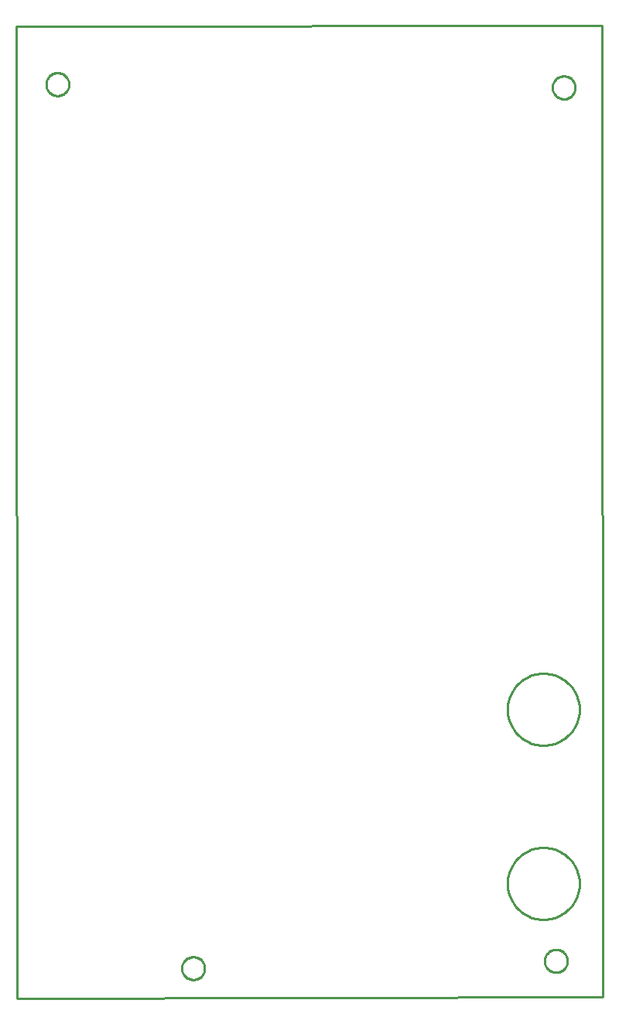
<source format=gbr>
G04 EAGLE Gerber X2 export*
%TF.Part,Single*%
%TF.FileFunction,Profile,NP*%
%TF.FilePolarity,Positive*%
%TF.GenerationSoftware,Autodesk,EAGLE,9.1.1*%
%TF.CreationDate,2018-07-18T17:05:30Z*%
G75*
%MOMM*%
%FSLAX34Y34*%
%LPD*%
%AMOC8*
5,1,8,0,0,1.08239X$1,22.5*%
G01*
%ADD10C,0.254000*%


D10*
X-1500Y1063000D02*
X0Y0D01*
X641000Y1500D01*
X639500Y1064500D01*
X-1500Y1063000D01*
X56500Y999509D02*
X56423Y998530D01*
X56269Y997560D01*
X56040Y996604D01*
X55736Y995670D01*
X55361Y994763D01*
X54915Y993888D01*
X54401Y993050D01*
X53824Y992255D01*
X53186Y991508D01*
X52492Y990814D01*
X51745Y990176D01*
X50950Y989599D01*
X50112Y989085D01*
X49237Y988639D01*
X48330Y988264D01*
X47396Y987960D01*
X46441Y987731D01*
X45470Y987577D01*
X44491Y987500D01*
X43509Y987500D01*
X42530Y987577D01*
X41560Y987731D01*
X40604Y987960D01*
X39670Y988264D01*
X38763Y988639D01*
X37888Y989085D01*
X37050Y989599D01*
X36255Y990176D01*
X35508Y990814D01*
X34814Y991508D01*
X34176Y992255D01*
X33599Y993050D01*
X33085Y993888D01*
X32639Y994763D01*
X32264Y995670D01*
X31960Y996604D01*
X31731Y997560D01*
X31577Y998530D01*
X31500Y999509D01*
X31500Y1000491D01*
X31577Y1001470D01*
X31731Y1002441D01*
X31960Y1003396D01*
X32264Y1004330D01*
X32639Y1005237D01*
X33085Y1006112D01*
X33599Y1006950D01*
X34176Y1007745D01*
X34814Y1008492D01*
X35508Y1009186D01*
X36255Y1009824D01*
X37050Y1010401D01*
X37888Y1010915D01*
X38763Y1011361D01*
X39670Y1011736D01*
X40604Y1012040D01*
X41560Y1012269D01*
X42530Y1012423D01*
X43509Y1012500D01*
X44491Y1012500D01*
X45470Y1012423D01*
X46441Y1012269D01*
X47396Y1012040D01*
X48330Y1011736D01*
X49237Y1011361D01*
X50112Y1010915D01*
X50950Y1010401D01*
X51745Y1009824D01*
X52492Y1009186D01*
X53186Y1008492D01*
X53824Y1007745D01*
X54401Y1006950D01*
X54915Y1006112D01*
X55361Y1005237D01*
X55736Y1004330D01*
X56040Y1003396D01*
X56269Y1002441D01*
X56423Y1001470D01*
X56500Y1000491D01*
X56500Y999509D01*
X610500Y996009D02*
X610423Y995030D01*
X610269Y994060D01*
X610040Y993104D01*
X609736Y992170D01*
X609361Y991263D01*
X608915Y990388D01*
X608401Y989550D01*
X607824Y988755D01*
X607186Y988008D01*
X606492Y987314D01*
X605745Y986676D01*
X604950Y986099D01*
X604112Y985585D01*
X603237Y985139D01*
X602330Y984764D01*
X601396Y984460D01*
X600441Y984231D01*
X599470Y984077D01*
X598491Y984000D01*
X597509Y984000D01*
X596530Y984077D01*
X595560Y984231D01*
X594604Y984460D01*
X593670Y984764D01*
X592763Y985139D01*
X591888Y985585D01*
X591050Y986099D01*
X590255Y986676D01*
X589508Y987314D01*
X588814Y988008D01*
X588176Y988755D01*
X587599Y989550D01*
X587085Y990388D01*
X586639Y991263D01*
X586264Y992170D01*
X585960Y993104D01*
X585731Y994060D01*
X585577Y995030D01*
X585500Y996009D01*
X585500Y996991D01*
X585577Y997970D01*
X585731Y998941D01*
X585960Y999896D01*
X586264Y1000830D01*
X586639Y1001737D01*
X587085Y1002612D01*
X587599Y1003450D01*
X588176Y1004245D01*
X588814Y1004992D01*
X589508Y1005686D01*
X590255Y1006324D01*
X591050Y1006901D01*
X591888Y1007415D01*
X592763Y1007861D01*
X593670Y1008236D01*
X594604Y1008540D01*
X595560Y1008769D01*
X596530Y1008923D01*
X597509Y1009000D01*
X598491Y1009000D01*
X599470Y1008923D01*
X600441Y1008769D01*
X601396Y1008540D01*
X602330Y1008236D01*
X603237Y1007861D01*
X604112Y1007415D01*
X604950Y1006901D01*
X605745Y1006324D01*
X606492Y1005686D01*
X607186Y1004992D01*
X607824Y1004245D01*
X608401Y1003450D01*
X608915Y1002612D01*
X609361Y1001737D01*
X609736Y1000830D01*
X610040Y999896D01*
X610269Y998941D01*
X610423Y997970D01*
X610500Y996991D01*
X610500Y996009D01*
X602000Y40509D02*
X601923Y39530D01*
X601769Y38560D01*
X601540Y37604D01*
X601236Y36670D01*
X600861Y35763D01*
X600415Y34888D01*
X599901Y34050D01*
X599324Y33255D01*
X598686Y32508D01*
X597992Y31814D01*
X597245Y31176D01*
X596450Y30599D01*
X595612Y30085D01*
X594737Y29639D01*
X593830Y29264D01*
X592896Y28960D01*
X591941Y28731D01*
X590970Y28577D01*
X589991Y28500D01*
X589009Y28500D01*
X588030Y28577D01*
X587060Y28731D01*
X586104Y28960D01*
X585170Y29264D01*
X584263Y29639D01*
X583388Y30085D01*
X582550Y30599D01*
X581755Y31176D01*
X581008Y31814D01*
X580314Y32508D01*
X579676Y33255D01*
X579099Y34050D01*
X578585Y34888D01*
X578139Y35763D01*
X577764Y36670D01*
X577460Y37604D01*
X577231Y38560D01*
X577077Y39530D01*
X577000Y40509D01*
X577000Y41491D01*
X577077Y42470D01*
X577231Y43441D01*
X577460Y44396D01*
X577764Y45330D01*
X578139Y46237D01*
X578585Y47112D01*
X579099Y47950D01*
X579676Y48745D01*
X580314Y49492D01*
X581008Y50186D01*
X581755Y50824D01*
X582550Y51401D01*
X583388Y51915D01*
X584263Y52361D01*
X585170Y52736D01*
X586104Y53040D01*
X587060Y53269D01*
X588030Y53423D01*
X589009Y53500D01*
X589991Y53500D01*
X590970Y53423D01*
X591941Y53269D01*
X592896Y53040D01*
X593830Y52736D01*
X594737Y52361D01*
X595612Y51915D01*
X596450Y51401D01*
X597245Y50824D01*
X597992Y50186D01*
X598686Y49492D01*
X599324Y48745D01*
X599901Y47950D01*
X600415Y47112D01*
X600861Y46237D01*
X601236Y45330D01*
X601540Y44396D01*
X601769Y43441D01*
X601923Y42470D01*
X602000Y41491D01*
X602000Y40509D01*
X205000Y32509D02*
X204923Y31530D01*
X204769Y30560D01*
X204540Y29604D01*
X204236Y28670D01*
X203861Y27763D01*
X203415Y26888D01*
X202901Y26050D01*
X202324Y25255D01*
X201686Y24508D01*
X200992Y23814D01*
X200245Y23176D01*
X199450Y22599D01*
X198612Y22085D01*
X197737Y21639D01*
X196830Y21264D01*
X195896Y20960D01*
X194941Y20731D01*
X193970Y20577D01*
X192991Y20500D01*
X192009Y20500D01*
X191030Y20577D01*
X190060Y20731D01*
X189104Y20960D01*
X188170Y21264D01*
X187263Y21639D01*
X186388Y22085D01*
X185550Y22599D01*
X184755Y23176D01*
X184008Y23814D01*
X183314Y24508D01*
X182676Y25255D01*
X182099Y26050D01*
X181585Y26888D01*
X181139Y27763D01*
X180764Y28670D01*
X180460Y29604D01*
X180231Y30560D01*
X180077Y31530D01*
X180000Y32509D01*
X180000Y33491D01*
X180077Y34470D01*
X180231Y35441D01*
X180460Y36396D01*
X180764Y37330D01*
X181139Y38237D01*
X181585Y39112D01*
X182099Y39950D01*
X182676Y40745D01*
X183314Y41492D01*
X184008Y42186D01*
X184755Y42824D01*
X185550Y43401D01*
X186388Y43915D01*
X187263Y44361D01*
X188170Y44736D01*
X189104Y45040D01*
X190060Y45269D01*
X191030Y45423D01*
X192009Y45500D01*
X192991Y45500D01*
X193970Y45423D01*
X194941Y45269D01*
X195896Y45040D01*
X196830Y44736D01*
X197737Y44361D01*
X198612Y43915D01*
X199450Y43401D01*
X200245Y42824D01*
X200992Y42186D01*
X201686Y41492D01*
X202324Y40745D01*
X202901Y39950D01*
X203415Y39112D01*
X203861Y38237D01*
X204236Y37330D01*
X204540Y36396D01*
X204769Y35441D01*
X204923Y34470D01*
X205000Y33491D01*
X205000Y32509D01*
X574841Y276830D02*
X573124Y276905D01*
X571413Y277055D01*
X569709Y277279D01*
X568017Y277577D01*
X566340Y277949D01*
X564681Y278394D01*
X563042Y278911D01*
X561427Y279498D01*
X559840Y280156D01*
X558283Y280882D01*
X556759Y281675D01*
X555271Y282534D01*
X553822Y283457D01*
X552415Y284443D01*
X551052Y285489D01*
X549735Y286593D01*
X548469Y287754D01*
X547254Y288969D01*
X546093Y290235D01*
X544989Y291552D01*
X543943Y292915D01*
X542957Y294322D01*
X542034Y295771D01*
X541175Y297259D01*
X540382Y298783D01*
X539656Y300340D01*
X538998Y301927D01*
X538411Y303542D01*
X537894Y305181D01*
X537449Y306840D01*
X537077Y308517D01*
X536779Y310209D01*
X536555Y311913D01*
X536405Y313624D01*
X536330Y315341D01*
X536330Y317059D01*
X536405Y318776D01*
X536555Y320487D01*
X536779Y322191D01*
X537077Y323883D01*
X537449Y325560D01*
X537894Y327220D01*
X538411Y328858D01*
X538998Y330473D01*
X539656Y332060D01*
X540382Y333617D01*
X541175Y335141D01*
X542034Y336629D01*
X542957Y338078D01*
X543943Y339485D01*
X544989Y340848D01*
X546093Y342165D01*
X547254Y343431D01*
X548469Y344646D01*
X549735Y345807D01*
X551052Y346911D01*
X552415Y347957D01*
X553822Y348943D01*
X555271Y349866D01*
X556759Y350725D01*
X558283Y351518D01*
X559840Y352244D01*
X561427Y352902D01*
X563042Y353490D01*
X564681Y354006D01*
X566340Y354451D01*
X568017Y354823D01*
X569709Y355121D01*
X571413Y355345D01*
X573124Y355495D01*
X574841Y355570D01*
X576559Y355570D01*
X578276Y355495D01*
X579987Y355345D01*
X581691Y355121D01*
X583383Y354823D01*
X585060Y354451D01*
X586720Y354006D01*
X588358Y353490D01*
X589973Y352902D01*
X591560Y352244D01*
X593117Y351518D01*
X594641Y350725D01*
X596129Y349866D01*
X597578Y348943D01*
X598985Y347957D01*
X600348Y346911D01*
X601665Y345807D01*
X602931Y344646D01*
X604146Y343431D01*
X605307Y342165D01*
X606411Y340848D01*
X607457Y339485D01*
X608443Y338078D01*
X609366Y336629D01*
X610225Y335141D01*
X611018Y333617D01*
X611744Y332060D01*
X612402Y330473D01*
X612990Y328858D01*
X613506Y327220D01*
X613951Y325560D01*
X614323Y323883D01*
X614621Y322191D01*
X614845Y320487D01*
X614995Y318776D01*
X615070Y317059D01*
X615070Y315341D01*
X614995Y313624D01*
X614845Y311913D01*
X614621Y310209D01*
X614323Y308517D01*
X613951Y306840D01*
X613506Y305181D01*
X612990Y303542D01*
X612402Y301927D01*
X611744Y300340D01*
X611018Y298783D01*
X610225Y297259D01*
X609366Y295771D01*
X608443Y294322D01*
X607457Y292915D01*
X606411Y291552D01*
X605307Y290235D01*
X604146Y288969D01*
X602931Y287754D01*
X601665Y286593D01*
X600348Y285489D01*
X598985Y284443D01*
X597578Y283457D01*
X596129Y282534D01*
X594641Y281675D01*
X593117Y280882D01*
X591560Y280156D01*
X589973Y279498D01*
X588358Y278911D01*
X586720Y278394D01*
X585060Y277949D01*
X583383Y277577D01*
X581691Y277279D01*
X579987Y277055D01*
X578276Y276905D01*
X576559Y276830D01*
X574841Y276830D01*
X574841Y86330D02*
X573124Y86405D01*
X571413Y86555D01*
X569709Y86779D01*
X568017Y87077D01*
X566340Y87449D01*
X564681Y87894D01*
X563042Y88411D01*
X561427Y88998D01*
X559840Y89656D01*
X558283Y90382D01*
X556759Y91175D01*
X555271Y92034D01*
X553822Y92957D01*
X552415Y93943D01*
X551052Y94989D01*
X549735Y96093D01*
X548469Y97254D01*
X547254Y98469D01*
X546093Y99735D01*
X544989Y101052D01*
X543943Y102415D01*
X542957Y103822D01*
X542034Y105271D01*
X541175Y106759D01*
X540382Y108283D01*
X539656Y109840D01*
X538998Y111427D01*
X538411Y113042D01*
X537894Y114681D01*
X537449Y116340D01*
X537077Y118017D01*
X536779Y119709D01*
X536555Y121413D01*
X536405Y123124D01*
X536330Y124841D01*
X536330Y126559D01*
X536405Y128276D01*
X536555Y129987D01*
X536779Y131691D01*
X537077Y133383D01*
X537449Y135060D01*
X537894Y136720D01*
X538411Y138358D01*
X538998Y139973D01*
X539656Y141560D01*
X540382Y143117D01*
X541175Y144641D01*
X542034Y146129D01*
X542957Y147578D01*
X543943Y148985D01*
X544989Y150348D01*
X546093Y151665D01*
X547254Y152931D01*
X548469Y154146D01*
X549735Y155307D01*
X551052Y156411D01*
X552415Y157457D01*
X553822Y158443D01*
X555271Y159366D01*
X556759Y160225D01*
X558283Y161018D01*
X559840Y161744D01*
X561427Y162402D01*
X563042Y162990D01*
X564681Y163506D01*
X566340Y163951D01*
X568017Y164323D01*
X569709Y164621D01*
X571413Y164845D01*
X573124Y164995D01*
X574841Y165070D01*
X576559Y165070D01*
X578276Y164995D01*
X579987Y164845D01*
X581691Y164621D01*
X583383Y164323D01*
X585060Y163951D01*
X586720Y163506D01*
X588358Y162990D01*
X589973Y162402D01*
X591560Y161744D01*
X593117Y161018D01*
X594641Y160225D01*
X596129Y159366D01*
X597578Y158443D01*
X598985Y157457D01*
X600348Y156411D01*
X601665Y155307D01*
X602931Y154146D01*
X604146Y152931D01*
X605307Y151665D01*
X606411Y150348D01*
X607457Y148985D01*
X608443Y147578D01*
X609366Y146129D01*
X610225Y144641D01*
X611018Y143117D01*
X611744Y141560D01*
X612402Y139973D01*
X612990Y138358D01*
X613506Y136720D01*
X613951Y135060D01*
X614323Y133383D01*
X614621Y131691D01*
X614845Y129987D01*
X614995Y128276D01*
X615070Y126559D01*
X615070Y124841D01*
X614995Y123124D01*
X614845Y121413D01*
X614621Y119709D01*
X614323Y118017D01*
X613951Y116340D01*
X613506Y114681D01*
X612990Y113042D01*
X612402Y111427D01*
X611744Y109840D01*
X611018Y108283D01*
X610225Y106759D01*
X609366Y105271D01*
X608443Y103822D01*
X607457Y102415D01*
X606411Y101052D01*
X605307Y99735D01*
X604146Y98469D01*
X602931Y97254D01*
X601665Y96093D01*
X600348Y94989D01*
X598985Y93943D01*
X597578Y92957D01*
X596129Y92034D01*
X594641Y91175D01*
X593117Y90382D01*
X591560Y89656D01*
X589973Y88998D01*
X588358Y88411D01*
X586720Y87894D01*
X585060Y87449D01*
X583383Y87077D01*
X581691Y86779D01*
X579987Y86555D01*
X578276Y86405D01*
X576559Y86330D01*
X574841Y86330D01*
M02*

</source>
